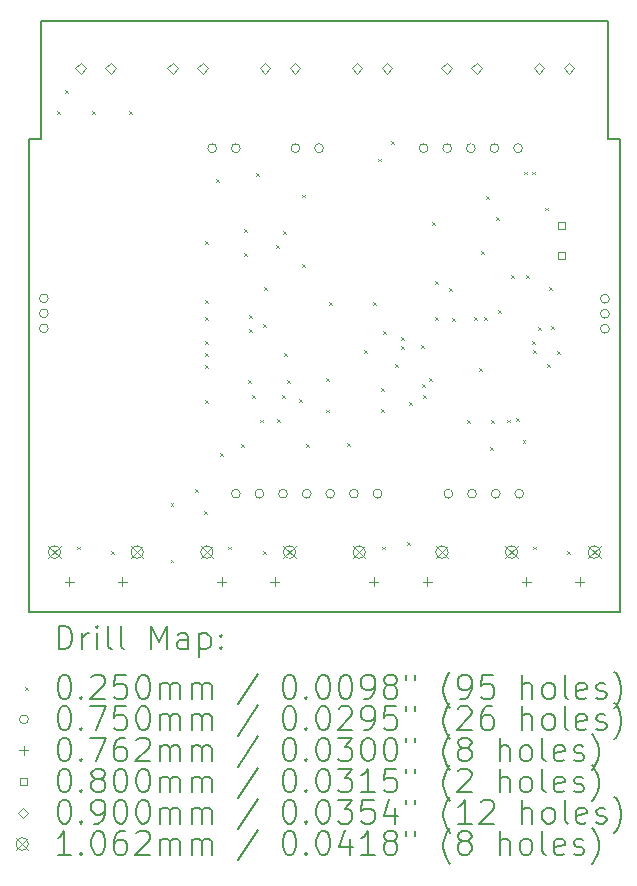
<source format=gbr>
%FSLAX45Y45*%
G04 Gerber Fmt 4.5, Leading zero omitted, Abs format (unit mm)*
G04 Created by KiCad (PCBNEW 5.99.0-unknown-0e3c79d3b2~131~ubuntu20.04.1) date 2021-09-07 14:14:46*
%MOMM*%
%LPD*%
G01*
G04 APERTURE LIST*
%TA.AperFunction,Profile*%
%ADD10C,0.127000*%
%TD*%
%ADD11C,0.200000*%
%ADD12C,0.025000*%
%ADD13C,0.075000*%
%ADD14C,0.076200*%
%ADD15C,0.080000*%
%ADD16C,0.090000*%
%ADD17C,0.106200*%
G04 APERTURE END LIST*
D10*
X16400000Y-8500000D02*
X16400000Y-12500000D01*
X11400000Y-12500000D02*
X11400000Y-8500000D01*
X16300000Y-8500000D02*
X16400000Y-8500000D01*
X16300000Y-7500000D02*
X16300000Y-8500000D01*
X11400000Y-8500000D02*
X11500000Y-8500000D01*
X11500000Y-8500000D02*
X11500000Y-7500000D01*
X11500000Y-7500000D02*
X16300000Y-7500000D01*
X16400000Y-12500000D02*
X11400000Y-12500000D01*
D11*
D12*
X11637500Y-8262500D02*
X11662500Y-8287500D01*
X11662500Y-8262500D02*
X11637500Y-8287500D01*
X11707500Y-8082500D02*
X11732500Y-8107500D01*
X11732500Y-8082500D02*
X11707500Y-8107500D01*
X11807500Y-11947500D02*
X11832500Y-11972500D01*
X11832500Y-11947500D02*
X11807500Y-11972500D01*
X11932500Y-8257500D02*
X11957500Y-8282500D01*
X11957500Y-8257500D02*
X11932500Y-8282500D01*
X12097500Y-11987500D02*
X12122500Y-12012500D01*
X12122500Y-11987500D02*
X12097500Y-12012500D01*
X12242500Y-8257500D02*
X12267500Y-8282500D01*
X12267500Y-8257500D02*
X12242500Y-8282500D01*
X12597500Y-11577500D02*
X12622500Y-11602500D01*
X12622500Y-11577500D02*
X12597500Y-11602500D01*
X12597500Y-12057500D02*
X12622500Y-12082500D01*
X12622500Y-12057500D02*
X12597500Y-12082500D01*
X12807500Y-11457500D02*
X12832500Y-11482500D01*
X12832500Y-11457500D02*
X12807500Y-11482500D01*
X12877500Y-11647500D02*
X12902500Y-11672500D01*
X12902500Y-11647500D02*
X12877500Y-11672500D01*
X12887500Y-9357500D02*
X12912500Y-9382500D01*
X12912500Y-9357500D02*
X12887500Y-9382500D01*
X12887500Y-9857500D02*
X12912500Y-9882500D01*
X12912500Y-9857500D02*
X12887500Y-9882500D01*
X12887500Y-10007500D02*
X12912500Y-10032500D01*
X12912500Y-10007500D02*
X12887500Y-10032500D01*
X12887500Y-10207500D02*
X12912500Y-10232500D01*
X12912500Y-10207500D02*
X12887500Y-10232500D01*
X12887500Y-10312500D02*
X12912500Y-10337500D01*
X12912500Y-10312500D02*
X12887500Y-10337500D01*
X12887500Y-10412500D02*
X12912500Y-10437500D01*
X12912500Y-10412500D02*
X12887500Y-10437500D01*
X12887500Y-10707500D02*
X12912500Y-10732500D01*
X12912500Y-10707500D02*
X12887500Y-10732500D01*
X12982500Y-8837500D02*
X13007500Y-8862500D01*
X13007500Y-8837500D02*
X12982500Y-8862500D01*
X13017500Y-11157500D02*
X13042500Y-11182500D01*
X13042500Y-11157500D02*
X13017500Y-11182500D01*
X13087500Y-11947500D02*
X13112500Y-11972500D01*
X13112500Y-11947500D02*
X13087500Y-11972500D01*
X13197500Y-11076750D02*
X13222500Y-11101750D01*
X13222500Y-11076750D02*
X13197500Y-11101750D01*
X13222500Y-9262500D02*
X13247500Y-9287500D01*
X13247500Y-9262500D02*
X13222500Y-9287500D01*
X13223100Y-9464792D02*
X13248100Y-9489792D01*
X13248100Y-9464792D02*
X13223100Y-9489792D01*
X13257500Y-10537500D02*
X13282500Y-10562500D01*
X13282500Y-10537500D02*
X13257500Y-10562500D01*
X13258090Y-10102450D02*
X13283090Y-10127450D01*
X13283090Y-10102450D02*
X13258090Y-10127450D01*
X13262500Y-9987500D02*
X13287500Y-10012500D01*
X13287500Y-9987500D02*
X13262500Y-10012500D01*
X13283350Y-10667500D02*
X13308350Y-10692500D01*
X13308350Y-10667500D02*
X13283350Y-10692500D01*
X13317500Y-8782500D02*
X13342500Y-8807500D01*
X13342500Y-8782500D02*
X13317500Y-8807500D01*
X13352500Y-10872500D02*
X13377500Y-10897500D01*
X13377500Y-10872500D02*
X13352500Y-10897500D01*
X13377500Y-11987500D02*
X13402500Y-12012500D01*
X13402500Y-11987500D02*
X13377500Y-12012500D01*
X13382400Y-10059800D02*
X13407400Y-10084800D01*
X13407400Y-10059800D02*
X13382400Y-10084800D01*
X13392070Y-9748670D02*
X13417070Y-9773670D01*
X13417070Y-9748670D02*
X13392070Y-9773670D01*
X13487500Y-9395490D02*
X13512500Y-9420490D01*
X13512500Y-9395490D02*
X13487500Y-9420490D01*
X13502500Y-10867500D02*
X13527500Y-10892500D01*
X13527500Y-10867500D02*
X13502500Y-10892500D01*
X13537500Y-10667500D02*
X13562500Y-10692500D01*
X13562500Y-10667500D02*
X13537500Y-10692500D01*
X13547500Y-9277500D02*
X13572500Y-9302500D01*
X13572500Y-9277500D02*
X13547500Y-9302500D01*
X13557444Y-10312556D02*
X13582444Y-10337556D01*
X13582444Y-10312556D02*
X13557444Y-10337556D01*
X13587500Y-10537500D02*
X13612500Y-10562500D01*
X13612500Y-10537500D02*
X13587500Y-10562500D01*
X13682500Y-10697500D02*
X13707500Y-10722500D01*
X13707500Y-10697500D02*
X13682500Y-10722500D01*
X13707500Y-9552500D02*
X13732500Y-9577500D01*
X13732500Y-9552500D02*
X13707500Y-9577500D01*
X13712500Y-8967500D02*
X13737500Y-8992500D01*
X13737500Y-8967500D02*
X13712500Y-8992500D01*
X13742500Y-11077500D02*
X13767500Y-11102500D01*
X13767500Y-11077500D02*
X13742500Y-11102500D01*
X13917500Y-10517560D02*
X13942500Y-10542560D01*
X13942500Y-10517560D02*
X13917500Y-10542560D01*
X13917500Y-10787500D02*
X13942500Y-10812500D01*
X13942500Y-10787500D02*
X13917500Y-10812500D01*
X13935530Y-9877500D02*
X13960530Y-9902500D01*
X13960530Y-9877500D02*
X13935530Y-9902500D01*
X14092500Y-11067500D02*
X14117500Y-11092500D01*
X14117500Y-11067500D02*
X14092500Y-11092500D01*
X14237500Y-10282453D02*
X14262500Y-10307453D01*
X14262500Y-10282453D02*
X14237500Y-10307453D01*
X14309206Y-9880794D02*
X14334206Y-9905794D01*
X14334206Y-9880794D02*
X14309206Y-9905794D01*
X14352500Y-8662500D02*
X14377500Y-8687500D01*
X14377500Y-8662500D02*
X14352500Y-8687500D01*
X14382500Y-10607850D02*
X14407500Y-10632850D01*
X14407500Y-10607850D02*
X14382500Y-10632850D01*
X14382500Y-10782500D02*
X14407500Y-10807500D01*
X14407500Y-10782500D02*
X14382500Y-10807500D01*
X14387500Y-11947500D02*
X14412500Y-11972500D01*
X14412500Y-11947500D02*
X14387500Y-11972500D01*
X14396724Y-10125959D02*
X14421724Y-10150959D01*
X14421724Y-10125959D02*
X14396724Y-10150959D01*
X14467500Y-8512500D02*
X14492500Y-8537500D01*
X14492500Y-8512500D02*
X14467500Y-8537500D01*
X14502010Y-10398610D02*
X14527010Y-10423610D01*
X14527010Y-10398610D02*
X14502010Y-10423610D01*
X14547500Y-10172500D02*
X14572500Y-10197500D01*
X14572500Y-10172500D02*
X14547500Y-10197500D01*
X14547500Y-10247500D02*
X14572500Y-10272500D01*
X14572500Y-10247500D02*
X14547500Y-10272500D01*
X14597500Y-11907500D02*
X14622500Y-11932500D01*
X14622500Y-11907500D02*
X14597500Y-11932500D01*
X14617500Y-10727500D02*
X14642500Y-10752500D01*
X14642500Y-10727500D02*
X14617500Y-10752500D01*
X14718644Y-10241356D02*
X14743644Y-10266356D01*
X14743644Y-10241356D02*
X14718644Y-10266356D01*
X14727500Y-10572500D02*
X14752500Y-10597500D01*
X14752500Y-10572500D02*
X14727500Y-10597500D01*
X14734850Y-10662800D02*
X14759850Y-10687800D01*
X14759850Y-10662800D02*
X14734850Y-10687800D01*
X14783432Y-10517560D02*
X14808432Y-10542560D01*
X14808432Y-10517560D02*
X14783432Y-10542560D01*
X14812500Y-9197500D02*
X14837500Y-9222500D01*
X14837500Y-9197500D02*
X14812500Y-9222500D01*
X14837500Y-9697500D02*
X14862500Y-9722500D01*
X14862500Y-9697500D02*
X14837500Y-9722500D01*
X14837500Y-10007500D02*
X14862500Y-10032500D01*
X14862500Y-10007500D02*
X14837500Y-10032500D01*
X14957500Y-9762500D02*
X14982500Y-9787500D01*
X14982500Y-9762500D02*
X14957500Y-9787500D01*
X14982550Y-10013206D02*
X15007550Y-10038206D01*
X15007550Y-10013206D02*
X14982550Y-10038206D01*
X15108380Y-10872620D02*
X15133380Y-10897620D01*
X15133380Y-10872620D02*
X15108380Y-10897620D01*
X15167500Y-10002500D02*
X15192500Y-10027500D01*
X15192500Y-10002500D02*
X15167500Y-10027500D01*
X15212500Y-10437500D02*
X15237500Y-10462500D01*
X15237500Y-10437500D02*
X15212500Y-10462500D01*
X15227500Y-9447500D02*
X15252500Y-9472500D01*
X15252500Y-9447500D02*
X15227500Y-9472500D01*
X15254670Y-10002270D02*
X15279670Y-10027270D01*
X15279670Y-10002270D02*
X15254670Y-10027270D01*
X15272500Y-8982500D02*
X15297500Y-9007500D01*
X15297500Y-8982500D02*
X15272500Y-9007500D01*
X15302500Y-11102500D02*
X15327500Y-11127500D01*
X15327500Y-11102500D02*
X15302500Y-11127500D01*
X15313990Y-10879690D02*
X15338990Y-10904690D01*
X15338990Y-10879690D02*
X15313990Y-10904690D01*
X15352500Y-9157500D02*
X15377500Y-9182500D01*
X15377500Y-9157500D02*
X15352500Y-9182500D01*
X15372840Y-9941510D02*
X15397840Y-9966510D01*
X15397840Y-9941510D02*
X15372840Y-9966510D01*
X15447500Y-10872500D02*
X15472500Y-10897500D01*
X15472500Y-10872500D02*
X15447500Y-10897500D01*
X15482500Y-9647500D02*
X15507500Y-9672500D01*
X15507500Y-9647500D02*
X15482500Y-9672500D01*
X15521241Y-10859093D02*
X15546241Y-10884093D01*
X15546241Y-10859093D02*
X15521241Y-10884093D01*
X15577500Y-11042500D02*
X15602500Y-11067500D01*
X15602500Y-11042500D02*
X15577500Y-11067500D01*
X15587500Y-8772550D02*
X15612500Y-8797550D01*
X15612500Y-8772550D02*
X15587500Y-8797550D01*
X15607500Y-9647500D02*
X15632500Y-9672500D01*
X15632500Y-9647500D02*
X15607500Y-9672500D01*
X15656373Y-10209077D02*
X15681373Y-10234077D01*
X15681373Y-10209077D02*
X15656373Y-10234077D01*
X15657500Y-8772550D02*
X15682500Y-8797550D01*
X15682500Y-8772550D02*
X15657500Y-8797550D01*
X15667500Y-10287500D02*
X15692500Y-10312500D01*
X15692500Y-10287500D02*
X15667500Y-10312500D01*
X15667500Y-11947500D02*
X15692500Y-11972500D01*
X15692500Y-11947500D02*
X15667500Y-11972500D01*
X15712500Y-10087500D02*
X15737500Y-10112500D01*
X15737500Y-10087500D02*
X15712500Y-10112500D01*
X15767500Y-9077500D02*
X15792500Y-9102500D01*
X15792500Y-9077500D02*
X15767500Y-9102500D01*
X15781200Y-10404600D02*
X15806200Y-10429600D01*
X15806200Y-10404600D02*
X15781200Y-10429600D01*
X15802500Y-9752500D02*
X15827500Y-9777500D01*
X15827500Y-9752500D02*
X15802500Y-9777500D01*
X15822500Y-10082500D02*
X15847500Y-10107500D01*
X15847500Y-10082500D02*
X15822500Y-10107500D01*
X15873270Y-10290110D02*
X15898270Y-10315110D01*
X15898270Y-10290110D02*
X15873270Y-10315110D01*
X15957500Y-11987500D02*
X15982500Y-12012500D01*
X15982500Y-11987500D02*
X15957500Y-12012500D01*
D13*
X11562500Y-9846000D02*
G75*
G03*
X11562500Y-9846000I-37500J0D01*
G01*
X11562500Y-9973000D02*
G75*
G03*
X11562500Y-9973000I-37500J0D01*
G01*
X11562500Y-10100000D02*
G75*
G03*
X11562500Y-10100000I-37500J0D01*
G01*
X12987500Y-8575000D02*
G75*
G03*
X12987500Y-8575000I-37500J0D01*
G01*
X13187500Y-8575000D02*
G75*
G03*
X13187500Y-8575000I-37500J0D01*
G01*
X13187500Y-11500000D02*
G75*
G03*
X13187500Y-11500000I-37500J0D01*
G01*
X13387500Y-11500000D02*
G75*
G03*
X13387500Y-11500000I-37500J0D01*
G01*
X13587500Y-11500000D02*
G75*
G03*
X13587500Y-11500000I-37500J0D01*
G01*
X13692500Y-8575000D02*
G75*
G03*
X13692500Y-8575000I-37500J0D01*
G01*
X13787500Y-11500000D02*
G75*
G03*
X13787500Y-11500000I-37500J0D01*
G01*
X13892500Y-8575000D02*
G75*
G03*
X13892500Y-8575000I-37500J0D01*
G01*
X13987500Y-11500000D02*
G75*
G03*
X13987500Y-11500000I-37500J0D01*
G01*
X14187500Y-11500000D02*
G75*
G03*
X14187500Y-11500000I-37500J0D01*
G01*
X14387500Y-11500000D02*
G75*
G03*
X14387500Y-11500000I-37500J0D01*
G01*
X14777500Y-8575000D02*
G75*
G03*
X14777500Y-8575000I-37500J0D01*
G01*
X14977500Y-8575000D02*
G75*
G03*
X14977500Y-8575000I-37500J0D01*
G01*
X14987500Y-11500000D02*
G75*
G03*
X14987500Y-11500000I-37500J0D01*
G01*
X15177500Y-8575000D02*
G75*
G03*
X15177500Y-8575000I-37500J0D01*
G01*
X15187500Y-11500000D02*
G75*
G03*
X15187500Y-11500000I-37500J0D01*
G01*
X15377500Y-8575000D02*
G75*
G03*
X15377500Y-8575000I-37500J0D01*
G01*
X15387500Y-11500000D02*
G75*
G03*
X15387500Y-11500000I-37500J0D01*
G01*
X15577500Y-8575000D02*
G75*
G03*
X15577500Y-8575000I-37500J0D01*
G01*
X15587500Y-11500000D02*
G75*
G03*
X15587500Y-11500000I-37500J0D01*
G01*
X16312500Y-9850000D02*
G75*
G03*
X16312500Y-9850000I-37500J0D01*
G01*
X16312500Y-9977000D02*
G75*
G03*
X16312500Y-9977000I-37500J0D01*
G01*
X16312500Y-10104000D02*
G75*
G03*
X16312500Y-10104000I-37500J0D01*
G01*
D14*
X11740000Y-12206700D02*
X11740000Y-12282900D01*
X11701900Y-12244800D02*
X11778100Y-12244800D01*
X12190000Y-12206700D02*
X12190000Y-12282900D01*
X12151900Y-12244800D02*
X12228100Y-12244800D01*
X13030000Y-12206700D02*
X13030000Y-12282900D01*
X12991900Y-12244800D02*
X13068100Y-12244800D01*
X13480000Y-12206700D02*
X13480000Y-12282900D01*
X13441900Y-12244800D02*
X13518100Y-12244800D01*
X14320000Y-12206700D02*
X14320000Y-12282900D01*
X14281900Y-12244800D02*
X14358100Y-12244800D01*
X14770000Y-12206700D02*
X14770000Y-12282900D01*
X14731900Y-12244800D02*
X14808100Y-12244800D01*
X15610000Y-12206700D02*
X15610000Y-12282900D01*
X15571900Y-12244800D02*
X15648100Y-12244800D01*
X16060000Y-12206700D02*
X16060000Y-12282900D01*
X16021900Y-12244800D02*
X16098100Y-12244800D01*
D15*
X15938284Y-9258285D02*
X15938284Y-9201716D01*
X15881715Y-9201716D01*
X15881715Y-9258285D01*
X15938284Y-9258285D01*
X15938284Y-9512285D02*
X15938284Y-9455716D01*
X15881715Y-9455716D01*
X15881715Y-9512285D01*
X15938284Y-9512285D01*
D16*
X11836000Y-7945000D02*
X11881000Y-7900000D01*
X11836000Y-7855000D01*
X11791000Y-7900000D01*
X11836000Y-7945000D01*
X12090000Y-7945000D02*
X12135000Y-7900000D01*
X12090000Y-7855000D01*
X12045000Y-7900000D01*
X12090000Y-7945000D01*
X12615000Y-7945000D02*
X12660000Y-7900000D01*
X12615000Y-7855000D01*
X12570000Y-7900000D01*
X12615000Y-7945000D01*
X12869000Y-7945000D02*
X12914000Y-7900000D01*
X12869000Y-7855000D01*
X12824000Y-7900000D01*
X12869000Y-7945000D01*
X13396000Y-7945000D02*
X13441000Y-7900000D01*
X13396000Y-7855000D01*
X13351000Y-7900000D01*
X13396000Y-7945000D01*
X13650000Y-7945000D02*
X13695000Y-7900000D01*
X13650000Y-7855000D01*
X13605000Y-7900000D01*
X13650000Y-7945000D01*
X14175000Y-7945000D02*
X14220000Y-7900000D01*
X14175000Y-7855000D01*
X14130000Y-7900000D01*
X14175000Y-7945000D01*
X14429000Y-7945000D02*
X14474000Y-7900000D01*
X14429000Y-7855000D01*
X14384000Y-7900000D01*
X14429000Y-7945000D01*
X14936000Y-7945000D02*
X14981000Y-7900000D01*
X14936000Y-7855000D01*
X14891000Y-7900000D01*
X14936000Y-7945000D01*
X15190000Y-7945000D02*
X15235000Y-7900000D01*
X15190000Y-7855000D01*
X15145000Y-7900000D01*
X15190000Y-7945000D01*
X15716000Y-7945000D02*
X15761000Y-7900000D01*
X15716000Y-7855000D01*
X15671000Y-7900000D01*
X15716000Y-7945000D01*
X15970000Y-7945000D02*
X16015000Y-7900000D01*
X15970000Y-7855000D01*
X15925000Y-7900000D01*
X15970000Y-7945000D01*
D17*
X11561900Y-11941700D02*
X11668100Y-12047900D01*
X11668100Y-11941700D02*
X11561900Y-12047900D01*
X11668100Y-11994800D02*
G75*
G03*
X11668100Y-11994800I-53100J0D01*
G01*
X12261900Y-11941700D02*
X12368100Y-12047900D01*
X12368100Y-11941700D02*
X12261900Y-12047900D01*
X12368100Y-11994800D02*
G75*
G03*
X12368100Y-11994800I-53100J0D01*
G01*
X12851900Y-11941700D02*
X12958100Y-12047900D01*
X12958100Y-11941700D02*
X12851900Y-12047900D01*
X12958100Y-11994800D02*
G75*
G03*
X12958100Y-11994800I-53100J0D01*
G01*
X13551900Y-11941700D02*
X13658100Y-12047900D01*
X13658100Y-11941700D02*
X13551900Y-12047900D01*
X13658100Y-11994800D02*
G75*
G03*
X13658100Y-11994800I-53100J0D01*
G01*
X14141900Y-11941700D02*
X14248100Y-12047900D01*
X14248100Y-11941700D02*
X14141900Y-12047900D01*
X14248100Y-11994800D02*
G75*
G03*
X14248100Y-11994800I-53100J0D01*
G01*
X14841900Y-11941700D02*
X14948100Y-12047900D01*
X14948100Y-11941700D02*
X14841900Y-12047900D01*
X14948100Y-11994800D02*
G75*
G03*
X14948100Y-11994800I-53100J0D01*
G01*
X15431900Y-11941700D02*
X15538100Y-12047900D01*
X15538100Y-11941700D02*
X15431900Y-12047900D01*
X15538100Y-11994800D02*
G75*
G03*
X15538100Y-11994800I-53100J0D01*
G01*
X16131900Y-11941700D02*
X16238100Y-12047900D01*
X16238100Y-11941700D02*
X16131900Y-12047900D01*
X16238100Y-11994800D02*
G75*
G03*
X16238100Y-11994800I-53100J0D01*
G01*
D11*
X11651269Y-12816826D02*
X11651269Y-12616826D01*
X11698888Y-12616826D01*
X11727459Y-12626350D01*
X11746507Y-12645398D01*
X11756031Y-12664445D01*
X11765555Y-12702540D01*
X11765555Y-12731112D01*
X11756031Y-12769207D01*
X11746507Y-12788255D01*
X11727459Y-12807302D01*
X11698888Y-12816826D01*
X11651269Y-12816826D01*
X11851269Y-12816826D02*
X11851269Y-12683493D01*
X11851269Y-12721588D02*
X11860793Y-12702540D01*
X11870317Y-12693017D01*
X11889364Y-12683493D01*
X11908412Y-12683493D01*
X11975078Y-12816826D02*
X11975078Y-12683493D01*
X11975078Y-12616826D02*
X11965555Y-12626350D01*
X11975078Y-12635874D01*
X11984602Y-12626350D01*
X11975078Y-12616826D01*
X11975078Y-12635874D01*
X12098888Y-12816826D02*
X12079840Y-12807302D01*
X12070317Y-12788255D01*
X12070317Y-12616826D01*
X12203650Y-12816826D02*
X12184602Y-12807302D01*
X12175078Y-12788255D01*
X12175078Y-12616826D01*
X12432221Y-12816826D02*
X12432221Y-12616826D01*
X12498888Y-12759683D01*
X12565555Y-12616826D01*
X12565555Y-12816826D01*
X12746507Y-12816826D02*
X12746507Y-12712064D01*
X12736983Y-12693017D01*
X12717936Y-12683493D01*
X12679840Y-12683493D01*
X12660793Y-12693017D01*
X12746507Y-12807302D02*
X12727459Y-12816826D01*
X12679840Y-12816826D01*
X12660793Y-12807302D01*
X12651269Y-12788255D01*
X12651269Y-12769207D01*
X12660793Y-12750159D01*
X12679840Y-12740636D01*
X12727459Y-12740636D01*
X12746507Y-12731112D01*
X12841745Y-12683493D02*
X12841745Y-12883493D01*
X12841745Y-12693017D02*
X12860793Y-12683493D01*
X12898888Y-12683493D01*
X12917936Y-12693017D01*
X12927459Y-12702540D01*
X12936983Y-12721588D01*
X12936983Y-12778731D01*
X12927459Y-12797778D01*
X12917936Y-12807302D01*
X12898888Y-12816826D01*
X12860793Y-12816826D01*
X12841745Y-12807302D01*
X13022698Y-12797778D02*
X13032221Y-12807302D01*
X13022698Y-12816826D01*
X13013174Y-12807302D01*
X13022698Y-12797778D01*
X13022698Y-12816826D01*
X13022698Y-12693017D02*
X13032221Y-12702540D01*
X13022698Y-12712064D01*
X13013174Y-12702540D01*
X13022698Y-12693017D01*
X13022698Y-12712064D01*
D12*
X11368650Y-13133850D02*
X11393650Y-13158850D01*
X11393650Y-13133850D02*
X11368650Y-13158850D01*
D11*
X11689364Y-13036826D02*
X11708412Y-13036826D01*
X11727459Y-13046350D01*
X11736983Y-13055874D01*
X11746507Y-13074921D01*
X11756031Y-13113017D01*
X11756031Y-13160636D01*
X11746507Y-13198731D01*
X11736983Y-13217778D01*
X11727459Y-13227302D01*
X11708412Y-13236826D01*
X11689364Y-13236826D01*
X11670317Y-13227302D01*
X11660793Y-13217778D01*
X11651269Y-13198731D01*
X11641745Y-13160636D01*
X11641745Y-13113017D01*
X11651269Y-13074921D01*
X11660793Y-13055874D01*
X11670317Y-13046350D01*
X11689364Y-13036826D01*
X11841745Y-13217778D02*
X11851269Y-13227302D01*
X11841745Y-13236826D01*
X11832221Y-13227302D01*
X11841745Y-13217778D01*
X11841745Y-13236826D01*
X11927459Y-13055874D02*
X11936983Y-13046350D01*
X11956031Y-13036826D01*
X12003650Y-13036826D01*
X12022698Y-13046350D01*
X12032221Y-13055874D01*
X12041745Y-13074921D01*
X12041745Y-13093969D01*
X12032221Y-13122540D01*
X11917936Y-13236826D01*
X12041745Y-13236826D01*
X12222698Y-13036826D02*
X12127459Y-13036826D01*
X12117936Y-13132064D01*
X12127459Y-13122540D01*
X12146507Y-13113017D01*
X12194126Y-13113017D01*
X12213174Y-13122540D01*
X12222698Y-13132064D01*
X12232221Y-13151112D01*
X12232221Y-13198731D01*
X12222698Y-13217778D01*
X12213174Y-13227302D01*
X12194126Y-13236826D01*
X12146507Y-13236826D01*
X12127459Y-13227302D01*
X12117936Y-13217778D01*
X12356031Y-13036826D02*
X12375078Y-13036826D01*
X12394126Y-13046350D01*
X12403650Y-13055874D01*
X12413174Y-13074921D01*
X12422698Y-13113017D01*
X12422698Y-13160636D01*
X12413174Y-13198731D01*
X12403650Y-13217778D01*
X12394126Y-13227302D01*
X12375078Y-13236826D01*
X12356031Y-13236826D01*
X12336983Y-13227302D01*
X12327459Y-13217778D01*
X12317936Y-13198731D01*
X12308412Y-13160636D01*
X12308412Y-13113017D01*
X12317936Y-13074921D01*
X12327459Y-13055874D01*
X12336983Y-13046350D01*
X12356031Y-13036826D01*
X12508412Y-13236826D02*
X12508412Y-13103493D01*
X12508412Y-13122540D02*
X12517936Y-13113017D01*
X12536983Y-13103493D01*
X12565555Y-13103493D01*
X12584602Y-13113017D01*
X12594126Y-13132064D01*
X12594126Y-13236826D01*
X12594126Y-13132064D02*
X12603650Y-13113017D01*
X12622698Y-13103493D01*
X12651269Y-13103493D01*
X12670317Y-13113017D01*
X12679840Y-13132064D01*
X12679840Y-13236826D01*
X12775078Y-13236826D02*
X12775078Y-13103493D01*
X12775078Y-13122540D02*
X12784602Y-13113017D01*
X12803650Y-13103493D01*
X12832221Y-13103493D01*
X12851269Y-13113017D01*
X12860793Y-13132064D01*
X12860793Y-13236826D01*
X12860793Y-13132064D02*
X12870317Y-13113017D01*
X12889364Y-13103493D01*
X12917936Y-13103493D01*
X12936983Y-13113017D01*
X12946507Y-13132064D01*
X12946507Y-13236826D01*
X13336983Y-13027302D02*
X13165555Y-13284445D01*
X13594126Y-13036826D02*
X13613174Y-13036826D01*
X13632221Y-13046350D01*
X13641745Y-13055874D01*
X13651269Y-13074921D01*
X13660793Y-13113017D01*
X13660793Y-13160636D01*
X13651269Y-13198731D01*
X13641745Y-13217778D01*
X13632221Y-13227302D01*
X13613174Y-13236826D01*
X13594126Y-13236826D01*
X13575078Y-13227302D01*
X13565555Y-13217778D01*
X13556031Y-13198731D01*
X13546507Y-13160636D01*
X13546507Y-13113017D01*
X13556031Y-13074921D01*
X13565555Y-13055874D01*
X13575078Y-13046350D01*
X13594126Y-13036826D01*
X13746507Y-13217778D02*
X13756031Y-13227302D01*
X13746507Y-13236826D01*
X13736983Y-13227302D01*
X13746507Y-13217778D01*
X13746507Y-13236826D01*
X13879840Y-13036826D02*
X13898888Y-13036826D01*
X13917936Y-13046350D01*
X13927459Y-13055874D01*
X13936983Y-13074921D01*
X13946507Y-13113017D01*
X13946507Y-13160636D01*
X13936983Y-13198731D01*
X13927459Y-13217778D01*
X13917936Y-13227302D01*
X13898888Y-13236826D01*
X13879840Y-13236826D01*
X13860793Y-13227302D01*
X13851269Y-13217778D01*
X13841745Y-13198731D01*
X13832221Y-13160636D01*
X13832221Y-13113017D01*
X13841745Y-13074921D01*
X13851269Y-13055874D01*
X13860793Y-13046350D01*
X13879840Y-13036826D01*
X14070317Y-13036826D02*
X14089364Y-13036826D01*
X14108412Y-13046350D01*
X14117936Y-13055874D01*
X14127459Y-13074921D01*
X14136983Y-13113017D01*
X14136983Y-13160636D01*
X14127459Y-13198731D01*
X14117936Y-13217778D01*
X14108412Y-13227302D01*
X14089364Y-13236826D01*
X14070317Y-13236826D01*
X14051269Y-13227302D01*
X14041745Y-13217778D01*
X14032221Y-13198731D01*
X14022698Y-13160636D01*
X14022698Y-13113017D01*
X14032221Y-13074921D01*
X14041745Y-13055874D01*
X14051269Y-13046350D01*
X14070317Y-13036826D01*
X14232221Y-13236826D02*
X14270317Y-13236826D01*
X14289364Y-13227302D01*
X14298888Y-13217778D01*
X14317936Y-13189207D01*
X14327459Y-13151112D01*
X14327459Y-13074921D01*
X14317936Y-13055874D01*
X14308412Y-13046350D01*
X14289364Y-13036826D01*
X14251269Y-13036826D01*
X14232221Y-13046350D01*
X14222698Y-13055874D01*
X14213174Y-13074921D01*
X14213174Y-13122540D01*
X14222698Y-13141588D01*
X14232221Y-13151112D01*
X14251269Y-13160636D01*
X14289364Y-13160636D01*
X14308412Y-13151112D01*
X14317936Y-13141588D01*
X14327459Y-13122540D01*
X14441745Y-13122540D02*
X14422698Y-13113017D01*
X14413174Y-13103493D01*
X14403650Y-13084445D01*
X14403650Y-13074921D01*
X14413174Y-13055874D01*
X14422698Y-13046350D01*
X14441745Y-13036826D01*
X14479840Y-13036826D01*
X14498888Y-13046350D01*
X14508412Y-13055874D01*
X14517936Y-13074921D01*
X14517936Y-13084445D01*
X14508412Y-13103493D01*
X14498888Y-13113017D01*
X14479840Y-13122540D01*
X14441745Y-13122540D01*
X14422698Y-13132064D01*
X14413174Y-13141588D01*
X14403650Y-13160636D01*
X14403650Y-13198731D01*
X14413174Y-13217778D01*
X14422698Y-13227302D01*
X14441745Y-13236826D01*
X14479840Y-13236826D01*
X14498888Y-13227302D01*
X14508412Y-13217778D01*
X14517936Y-13198731D01*
X14517936Y-13160636D01*
X14508412Y-13141588D01*
X14498888Y-13132064D01*
X14479840Y-13122540D01*
X14594126Y-13036826D02*
X14594126Y-13074921D01*
X14670317Y-13036826D02*
X14670317Y-13074921D01*
X14965555Y-13313017D02*
X14956031Y-13303493D01*
X14936983Y-13274921D01*
X14927459Y-13255874D01*
X14917936Y-13227302D01*
X14908412Y-13179683D01*
X14908412Y-13141588D01*
X14917936Y-13093969D01*
X14927459Y-13065398D01*
X14936983Y-13046350D01*
X14956031Y-13017778D01*
X14965555Y-13008255D01*
X15051269Y-13236826D02*
X15089364Y-13236826D01*
X15108412Y-13227302D01*
X15117936Y-13217778D01*
X15136983Y-13189207D01*
X15146507Y-13151112D01*
X15146507Y-13074921D01*
X15136983Y-13055874D01*
X15127459Y-13046350D01*
X15108412Y-13036826D01*
X15070317Y-13036826D01*
X15051269Y-13046350D01*
X15041745Y-13055874D01*
X15032221Y-13074921D01*
X15032221Y-13122540D01*
X15041745Y-13141588D01*
X15051269Y-13151112D01*
X15070317Y-13160636D01*
X15108412Y-13160636D01*
X15127459Y-13151112D01*
X15136983Y-13141588D01*
X15146507Y-13122540D01*
X15327459Y-13036826D02*
X15232221Y-13036826D01*
X15222698Y-13132064D01*
X15232221Y-13122540D01*
X15251269Y-13113017D01*
X15298888Y-13113017D01*
X15317936Y-13122540D01*
X15327459Y-13132064D01*
X15336983Y-13151112D01*
X15336983Y-13198731D01*
X15327459Y-13217778D01*
X15317936Y-13227302D01*
X15298888Y-13236826D01*
X15251269Y-13236826D01*
X15232221Y-13227302D01*
X15222698Y-13217778D01*
X15575078Y-13236826D02*
X15575078Y-13036826D01*
X15660793Y-13236826D02*
X15660793Y-13132064D01*
X15651269Y-13113017D01*
X15632221Y-13103493D01*
X15603650Y-13103493D01*
X15584602Y-13113017D01*
X15575078Y-13122540D01*
X15784602Y-13236826D02*
X15765555Y-13227302D01*
X15756031Y-13217778D01*
X15746507Y-13198731D01*
X15746507Y-13141588D01*
X15756031Y-13122540D01*
X15765555Y-13113017D01*
X15784602Y-13103493D01*
X15813174Y-13103493D01*
X15832221Y-13113017D01*
X15841745Y-13122540D01*
X15851269Y-13141588D01*
X15851269Y-13198731D01*
X15841745Y-13217778D01*
X15832221Y-13227302D01*
X15813174Y-13236826D01*
X15784602Y-13236826D01*
X15965555Y-13236826D02*
X15946507Y-13227302D01*
X15936983Y-13208255D01*
X15936983Y-13036826D01*
X16117936Y-13227302D02*
X16098888Y-13236826D01*
X16060793Y-13236826D01*
X16041745Y-13227302D01*
X16032221Y-13208255D01*
X16032221Y-13132064D01*
X16041745Y-13113017D01*
X16060793Y-13103493D01*
X16098888Y-13103493D01*
X16117936Y-13113017D01*
X16127459Y-13132064D01*
X16127459Y-13151112D01*
X16032221Y-13170159D01*
X16203650Y-13227302D02*
X16222698Y-13236826D01*
X16260793Y-13236826D01*
X16279840Y-13227302D01*
X16289364Y-13208255D01*
X16289364Y-13198731D01*
X16279840Y-13179683D01*
X16260793Y-13170159D01*
X16232221Y-13170159D01*
X16213174Y-13160636D01*
X16203650Y-13141588D01*
X16203650Y-13132064D01*
X16213174Y-13113017D01*
X16232221Y-13103493D01*
X16260793Y-13103493D01*
X16279840Y-13113017D01*
X16356031Y-13313017D02*
X16365555Y-13303493D01*
X16384602Y-13274921D01*
X16394126Y-13255874D01*
X16403650Y-13227302D01*
X16413174Y-13179683D01*
X16413174Y-13141588D01*
X16403650Y-13093969D01*
X16394126Y-13065398D01*
X16384602Y-13046350D01*
X16365555Y-13017778D01*
X16356031Y-13008255D01*
D13*
X11393650Y-13410350D02*
G75*
G03*
X11393650Y-13410350I-37500J0D01*
G01*
D11*
X11689364Y-13300826D02*
X11708412Y-13300826D01*
X11727459Y-13310350D01*
X11736983Y-13319874D01*
X11746507Y-13338921D01*
X11756031Y-13377017D01*
X11756031Y-13424636D01*
X11746507Y-13462731D01*
X11736983Y-13481778D01*
X11727459Y-13491302D01*
X11708412Y-13500826D01*
X11689364Y-13500826D01*
X11670317Y-13491302D01*
X11660793Y-13481778D01*
X11651269Y-13462731D01*
X11641745Y-13424636D01*
X11641745Y-13377017D01*
X11651269Y-13338921D01*
X11660793Y-13319874D01*
X11670317Y-13310350D01*
X11689364Y-13300826D01*
X11841745Y-13481778D02*
X11851269Y-13491302D01*
X11841745Y-13500826D01*
X11832221Y-13491302D01*
X11841745Y-13481778D01*
X11841745Y-13500826D01*
X11917936Y-13300826D02*
X12051269Y-13300826D01*
X11965555Y-13500826D01*
X12222698Y-13300826D02*
X12127459Y-13300826D01*
X12117936Y-13396064D01*
X12127459Y-13386540D01*
X12146507Y-13377017D01*
X12194126Y-13377017D01*
X12213174Y-13386540D01*
X12222698Y-13396064D01*
X12232221Y-13415112D01*
X12232221Y-13462731D01*
X12222698Y-13481778D01*
X12213174Y-13491302D01*
X12194126Y-13500826D01*
X12146507Y-13500826D01*
X12127459Y-13491302D01*
X12117936Y-13481778D01*
X12356031Y-13300826D02*
X12375078Y-13300826D01*
X12394126Y-13310350D01*
X12403650Y-13319874D01*
X12413174Y-13338921D01*
X12422698Y-13377017D01*
X12422698Y-13424636D01*
X12413174Y-13462731D01*
X12403650Y-13481778D01*
X12394126Y-13491302D01*
X12375078Y-13500826D01*
X12356031Y-13500826D01*
X12336983Y-13491302D01*
X12327459Y-13481778D01*
X12317936Y-13462731D01*
X12308412Y-13424636D01*
X12308412Y-13377017D01*
X12317936Y-13338921D01*
X12327459Y-13319874D01*
X12336983Y-13310350D01*
X12356031Y-13300826D01*
X12508412Y-13500826D02*
X12508412Y-13367493D01*
X12508412Y-13386540D02*
X12517936Y-13377017D01*
X12536983Y-13367493D01*
X12565555Y-13367493D01*
X12584602Y-13377017D01*
X12594126Y-13396064D01*
X12594126Y-13500826D01*
X12594126Y-13396064D02*
X12603650Y-13377017D01*
X12622698Y-13367493D01*
X12651269Y-13367493D01*
X12670317Y-13377017D01*
X12679840Y-13396064D01*
X12679840Y-13500826D01*
X12775078Y-13500826D02*
X12775078Y-13367493D01*
X12775078Y-13386540D02*
X12784602Y-13377017D01*
X12803650Y-13367493D01*
X12832221Y-13367493D01*
X12851269Y-13377017D01*
X12860793Y-13396064D01*
X12860793Y-13500826D01*
X12860793Y-13396064D02*
X12870317Y-13377017D01*
X12889364Y-13367493D01*
X12917936Y-13367493D01*
X12936983Y-13377017D01*
X12946507Y-13396064D01*
X12946507Y-13500826D01*
X13336983Y-13291302D02*
X13165555Y-13548445D01*
X13594126Y-13300826D02*
X13613174Y-13300826D01*
X13632221Y-13310350D01*
X13641745Y-13319874D01*
X13651269Y-13338921D01*
X13660793Y-13377017D01*
X13660793Y-13424636D01*
X13651269Y-13462731D01*
X13641745Y-13481778D01*
X13632221Y-13491302D01*
X13613174Y-13500826D01*
X13594126Y-13500826D01*
X13575078Y-13491302D01*
X13565555Y-13481778D01*
X13556031Y-13462731D01*
X13546507Y-13424636D01*
X13546507Y-13377017D01*
X13556031Y-13338921D01*
X13565555Y-13319874D01*
X13575078Y-13310350D01*
X13594126Y-13300826D01*
X13746507Y-13481778D02*
X13756031Y-13491302D01*
X13746507Y-13500826D01*
X13736983Y-13491302D01*
X13746507Y-13481778D01*
X13746507Y-13500826D01*
X13879840Y-13300826D02*
X13898888Y-13300826D01*
X13917936Y-13310350D01*
X13927459Y-13319874D01*
X13936983Y-13338921D01*
X13946507Y-13377017D01*
X13946507Y-13424636D01*
X13936983Y-13462731D01*
X13927459Y-13481778D01*
X13917936Y-13491302D01*
X13898888Y-13500826D01*
X13879840Y-13500826D01*
X13860793Y-13491302D01*
X13851269Y-13481778D01*
X13841745Y-13462731D01*
X13832221Y-13424636D01*
X13832221Y-13377017D01*
X13841745Y-13338921D01*
X13851269Y-13319874D01*
X13860793Y-13310350D01*
X13879840Y-13300826D01*
X14022698Y-13319874D02*
X14032221Y-13310350D01*
X14051269Y-13300826D01*
X14098888Y-13300826D01*
X14117936Y-13310350D01*
X14127459Y-13319874D01*
X14136983Y-13338921D01*
X14136983Y-13357969D01*
X14127459Y-13386540D01*
X14013174Y-13500826D01*
X14136983Y-13500826D01*
X14232221Y-13500826D02*
X14270317Y-13500826D01*
X14289364Y-13491302D01*
X14298888Y-13481778D01*
X14317936Y-13453207D01*
X14327459Y-13415112D01*
X14327459Y-13338921D01*
X14317936Y-13319874D01*
X14308412Y-13310350D01*
X14289364Y-13300826D01*
X14251269Y-13300826D01*
X14232221Y-13310350D01*
X14222698Y-13319874D01*
X14213174Y-13338921D01*
X14213174Y-13386540D01*
X14222698Y-13405588D01*
X14232221Y-13415112D01*
X14251269Y-13424636D01*
X14289364Y-13424636D01*
X14308412Y-13415112D01*
X14317936Y-13405588D01*
X14327459Y-13386540D01*
X14508412Y-13300826D02*
X14413174Y-13300826D01*
X14403650Y-13396064D01*
X14413174Y-13386540D01*
X14432221Y-13377017D01*
X14479840Y-13377017D01*
X14498888Y-13386540D01*
X14508412Y-13396064D01*
X14517936Y-13415112D01*
X14517936Y-13462731D01*
X14508412Y-13481778D01*
X14498888Y-13491302D01*
X14479840Y-13500826D01*
X14432221Y-13500826D01*
X14413174Y-13491302D01*
X14403650Y-13481778D01*
X14594126Y-13300826D02*
X14594126Y-13338921D01*
X14670317Y-13300826D02*
X14670317Y-13338921D01*
X14965555Y-13577017D02*
X14956031Y-13567493D01*
X14936983Y-13538921D01*
X14927459Y-13519874D01*
X14917936Y-13491302D01*
X14908412Y-13443683D01*
X14908412Y-13405588D01*
X14917936Y-13357969D01*
X14927459Y-13329398D01*
X14936983Y-13310350D01*
X14956031Y-13281778D01*
X14965555Y-13272255D01*
X15032221Y-13319874D02*
X15041745Y-13310350D01*
X15060793Y-13300826D01*
X15108412Y-13300826D01*
X15127459Y-13310350D01*
X15136983Y-13319874D01*
X15146507Y-13338921D01*
X15146507Y-13357969D01*
X15136983Y-13386540D01*
X15022698Y-13500826D01*
X15146507Y-13500826D01*
X15317936Y-13300826D02*
X15279840Y-13300826D01*
X15260793Y-13310350D01*
X15251269Y-13319874D01*
X15232221Y-13348445D01*
X15222698Y-13386540D01*
X15222698Y-13462731D01*
X15232221Y-13481778D01*
X15241745Y-13491302D01*
X15260793Y-13500826D01*
X15298888Y-13500826D01*
X15317936Y-13491302D01*
X15327459Y-13481778D01*
X15336983Y-13462731D01*
X15336983Y-13415112D01*
X15327459Y-13396064D01*
X15317936Y-13386540D01*
X15298888Y-13377017D01*
X15260793Y-13377017D01*
X15241745Y-13386540D01*
X15232221Y-13396064D01*
X15222698Y-13415112D01*
X15575078Y-13500826D02*
X15575078Y-13300826D01*
X15660793Y-13500826D02*
X15660793Y-13396064D01*
X15651269Y-13377017D01*
X15632221Y-13367493D01*
X15603650Y-13367493D01*
X15584602Y-13377017D01*
X15575078Y-13386540D01*
X15784602Y-13500826D02*
X15765555Y-13491302D01*
X15756031Y-13481778D01*
X15746507Y-13462731D01*
X15746507Y-13405588D01*
X15756031Y-13386540D01*
X15765555Y-13377017D01*
X15784602Y-13367493D01*
X15813174Y-13367493D01*
X15832221Y-13377017D01*
X15841745Y-13386540D01*
X15851269Y-13405588D01*
X15851269Y-13462731D01*
X15841745Y-13481778D01*
X15832221Y-13491302D01*
X15813174Y-13500826D01*
X15784602Y-13500826D01*
X15965555Y-13500826D02*
X15946507Y-13491302D01*
X15936983Y-13472255D01*
X15936983Y-13300826D01*
X16117936Y-13491302D02*
X16098888Y-13500826D01*
X16060793Y-13500826D01*
X16041745Y-13491302D01*
X16032221Y-13472255D01*
X16032221Y-13396064D01*
X16041745Y-13377017D01*
X16060793Y-13367493D01*
X16098888Y-13367493D01*
X16117936Y-13377017D01*
X16127459Y-13396064D01*
X16127459Y-13415112D01*
X16032221Y-13434159D01*
X16203650Y-13491302D02*
X16222698Y-13500826D01*
X16260793Y-13500826D01*
X16279840Y-13491302D01*
X16289364Y-13472255D01*
X16289364Y-13462731D01*
X16279840Y-13443683D01*
X16260793Y-13434159D01*
X16232221Y-13434159D01*
X16213174Y-13424636D01*
X16203650Y-13405588D01*
X16203650Y-13396064D01*
X16213174Y-13377017D01*
X16232221Y-13367493D01*
X16260793Y-13367493D01*
X16279840Y-13377017D01*
X16356031Y-13577017D02*
X16365555Y-13567493D01*
X16384602Y-13538921D01*
X16394126Y-13519874D01*
X16403650Y-13491302D01*
X16413174Y-13443683D01*
X16413174Y-13405588D01*
X16403650Y-13357969D01*
X16394126Y-13329398D01*
X16384602Y-13310350D01*
X16365555Y-13281778D01*
X16356031Y-13272255D01*
D14*
X11355550Y-13636250D02*
X11355550Y-13712450D01*
X11317450Y-13674350D02*
X11393650Y-13674350D01*
D11*
X11689364Y-13564826D02*
X11708412Y-13564826D01*
X11727459Y-13574350D01*
X11736983Y-13583874D01*
X11746507Y-13602921D01*
X11756031Y-13641017D01*
X11756031Y-13688636D01*
X11746507Y-13726731D01*
X11736983Y-13745778D01*
X11727459Y-13755302D01*
X11708412Y-13764826D01*
X11689364Y-13764826D01*
X11670317Y-13755302D01*
X11660793Y-13745778D01*
X11651269Y-13726731D01*
X11641745Y-13688636D01*
X11641745Y-13641017D01*
X11651269Y-13602921D01*
X11660793Y-13583874D01*
X11670317Y-13574350D01*
X11689364Y-13564826D01*
X11841745Y-13745778D02*
X11851269Y-13755302D01*
X11841745Y-13764826D01*
X11832221Y-13755302D01*
X11841745Y-13745778D01*
X11841745Y-13764826D01*
X11917936Y-13564826D02*
X12051269Y-13564826D01*
X11965555Y-13764826D01*
X12213174Y-13564826D02*
X12175078Y-13564826D01*
X12156031Y-13574350D01*
X12146507Y-13583874D01*
X12127459Y-13612445D01*
X12117936Y-13650540D01*
X12117936Y-13726731D01*
X12127459Y-13745778D01*
X12136983Y-13755302D01*
X12156031Y-13764826D01*
X12194126Y-13764826D01*
X12213174Y-13755302D01*
X12222698Y-13745778D01*
X12232221Y-13726731D01*
X12232221Y-13679112D01*
X12222698Y-13660064D01*
X12213174Y-13650540D01*
X12194126Y-13641017D01*
X12156031Y-13641017D01*
X12136983Y-13650540D01*
X12127459Y-13660064D01*
X12117936Y-13679112D01*
X12308412Y-13583874D02*
X12317936Y-13574350D01*
X12336983Y-13564826D01*
X12384602Y-13564826D01*
X12403650Y-13574350D01*
X12413174Y-13583874D01*
X12422698Y-13602921D01*
X12422698Y-13621969D01*
X12413174Y-13650540D01*
X12298888Y-13764826D01*
X12422698Y-13764826D01*
X12508412Y-13764826D02*
X12508412Y-13631493D01*
X12508412Y-13650540D02*
X12517936Y-13641017D01*
X12536983Y-13631493D01*
X12565555Y-13631493D01*
X12584602Y-13641017D01*
X12594126Y-13660064D01*
X12594126Y-13764826D01*
X12594126Y-13660064D02*
X12603650Y-13641017D01*
X12622698Y-13631493D01*
X12651269Y-13631493D01*
X12670317Y-13641017D01*
X12679840Y-13660064D01*
X12679840Y-13764826D01*
X12775078Y-13764826D02*
X12775078Y-13631493D01*
X12775078Y-13650540D02*
X12784602Y-13641017D01*
X12803650Y-13631493D01*
X12832221Y-13631493D01*
X12851269Y-13641017D01*
X12860793Y-13660064D01*
X12860793Y-13764826D01*
X12860793Y-13660064D02*
X12870317Y-13641017D01*
X12889364Y-13631493D01*
X12917936Y-13631493D01*
X12936983Y-13641017D01*
X12946507Y-13660064D01*
X12946507Y-13764826D01*
X13336983Y-13555302D02*
X13165555Y-13812445D01*
X13594126Y-13564826D02*
X13613174Y-13564826D01*
X13632221Y-13574350D01*
X13641745Y-13583874D01*
X13651269Y-13602921D01*
X13660793Y-13641017D01*
X13660793Y-13688636D01*
X13651269Y-13726731D01*
X13641745Y-13745778D01*
X13632221Y-13755302D01*
X13613174Y-13764826D01*
X13594126Y-13764826D01*
X13575078Y-13755302D01*
X13565555Y-13745778D01*
X13556031Y-13726731D01*
X13546507Y-13688636D01*
X13546507Y-13641017D01*
X13556031Y-13602921D01*
X13565555Y-13583874D01*
X13575078Y-13574350D01*
X13594126Y-13564826D01*
X13746507Y-13745778D02*
X13756031Y-13755302D01*
X13746507Y-13764826D01*
X13736983Y-13755302D01*
X13746507Y-13745778D01*
X13746507Y-13764826D01*
X13879840Y-13564826D02*
X13898888Y-13564826D01*
X13917936Y-13574350D01*
X13927459Y-13583874D01*
X13936983Y-13602921D01*
X13946507Y-13641017D01*
X13946507Y-13688636D01*
X13936983Y-13726731D01*
X13927459Y-13745778D01*
X13917936Y-13755302D01*
X13898888Y-13764826D01*
X13879840Y-13764826D01*
X13860793Y-13755302D01*
X13851269Y-13745778D01*
X13841745Y-13726731D01*
X13832221Y-13688636D01*
X13832221Y-13641017D01*
X13841745Y-13602921D01*
X13851269Y-13583874D01*
X13860793Y-13574350D01*
X13879840Y-13564826D01*
X14013174Y-13564826D02*
X14136983Y-13564826D01*
X14070317Y-13641017D01*
X14098888Y-13641017D01*
X14117936Y-13650540D01*
X14127459Y-13660064D01*
X14136983Y-13679112D01*
X14136983Y-13726731D01*
X14127459Y-13745778D01*
X14117936Y-13755302D01*
X14098888Y-13764826D01*
X14041745Y-13764826D01*
X14022698Y-13755302D01*
X14013174Y-13745778D01*
X14260793Y-13564826D02*
X14279840Y-13564826D01*
X14298888Y-13574350D01*
X14308412Y-13583874D01*
X14317936Y-13602921D01*
X14327459Y-13641017D01*
X14327459Y-13688636D01*
X14317936Y-13726731D01*
X14308412Y-13745778D01*
X14298888Y-13755302D01*
X14279840Y-13764826D01*
X14260793Y-13764826D01*
X14241745Y-13755302D01*
X14232221Y-13745778D01*
X14222698Y-13726731D01*
X14213174Y-13688636D01*
X14213174Y-13641017D01*
X14222698Y-13602921D01*
X14232221Y-13583874D01*
X14241745Y-13574350D01*
X14260793Y-13564826D01*
X14451269Y-13564826D02*
X14470317Y-13564826D01*
X14489364Y-13574350D01*
X14498888Y-13583874D01*
X14508412Y-13602921D01*
X14517936Y-13641017D01*
X14517936Y-13688636D01*
X14508412Y-13726731D01*
X14498888Y-13745778D01*
X14489364Y-13755302D01*
X14470317Y-13764826D01*
X14451269Y-13764826D01*
X14432221Y-13755302D01*
X14422698Y-13745778D01*
X14413174Y-13726731D01*
X14403650Y-13688636D01*
X14403650Y-13641017D01*
X14413174Y-13602921D01*
X14422698Y-13583874D01*
X14432221Y-13574350D01*
X14451269Y-13564826D01*
X14594126Y-13564826D02*
X14594126Y-13602921D01*
X14670317Y-13564826D02*
X14670317Y-13602921D01*
X14965555Y-13841017D02*
X14956031Y-13831493D01*
X14936983Y-13802921D01*
X14927459Y-13783874D01*
X14917936Y-13755302D01*
X14908412Y-13707683D01*
X14908412Y-13669588D01*
X14917936Y-13621969D01*
X14927459Y-13593398D01*
X14936983Y-13574350D01*
X14956031Y-13545778D01*
X14965555Y-13536255D01*
X15070317Y-13650540D02*
X15051269Y-13641017D01*
X15041745Y-13631493D01*
X15032221Y-13612445D01*
X15032221Y-13602921D01*
X15041745Y-13583874D01*
X15051269Y-13574350D01*
X15070317Y-13564826D01*
X15108412Y-13564826D01*
X15127459Y-13574350D01*
X15136983Y-13583874D01*
X15146507Y-13602921D01*
X15146507Y-13612445D01*
X15136983Y-13631493D01*
X15127459Y-13641017D01*
X15108412Y-13650540D01*
X15070317Y-13650540D01*
X15051269Y-13660064D01*
X15041745Y-13669588D01*
X15032221Y-13688636D01*
X15032221Y-13726731D01*
X15041745Y-13745778D01*
X15051269Y-13755302D01*
X15070317Y-13764826D01*
X15108412Y-13764826D01*
X15127459Y-13755302D01*
X15136983Y-13745778D01*
X15146507Y-13726731D01*
X15146507Y-13688636D01*
X15136983Y-13669588D01*
X15127459Y-13660064D01*
X15108412Y-13650540D01*
X15384602Y-13764826D02*
X15384602Y-13564826D01*
X15470317Y-13764826D02*
X15470317Y-13660064D01*
X15460793Y-13641017D01*
X15441745Y-13631493D01*
X15413174Y-13631493D01*
X15394126Y-13641017D01*
X15384602Y-13650540D01*
X15594126Y-13764826D02*
X15575078Y-13755302D01*
X15565555Y-13745778D01*
X15556031Y-13726731D01*
X15556031Y-13669588D01*
X15565555Y-13650540D01*
X15575078Y-13641017D01*
X15594126Y-13631493D01*
X15622698Y-13631493D01*
X15641745Y-13641017D01*
X15651269Y-13650540D01*
X15660793Y-13669588D01*
X15660793Y-13726731D01*
X15651269Y-13745778D01*
X15641745Y-13755302D01*
X15622698Y-13764826D01*
X15594126Y-13764826D01*
X15775078Y-13764826D02*
X15756031Y-13755302D01*
X15746507Y-13736255D01*
X15746507Y-13564826D01*
X15927459Y-13755302D02*
X15908412Y-13764826D01*
X15870317Y-13764826D01*
X15851269Y-13755302D01*
X15841745Y-13736255D01*
X15841745Y-13660064D01*
X15851269Y-13641017D01*
X15870317Y-13631493D01*
X15908412Y-13631493D01*
X15927459Y-13641017D01*
X15936983Y-13660064D01*
X15936983Y-13679112D01*
X15841745Y-13698159D01*
X16013174Y-13755302D02*
X16032221Y-13764826D01*
X16070317Y-13764826D01*
X16089364Y-13755302D01*
X16098888Y-13736255D01*
X16098888Y-13726731D01*
X16089364Y-13707683D01*
X16070317Y-13698159D01*
X16041745Y-13698159D01*
X16022698Y-13688636D01*
X16013174Y-13669588D01*
X16013174Y-13660064D01*
X16022698Y-13641017D01*
X16041745Y-13631493D01*
X16070317Y-13631493D01*
X16089364Y-13641017D01*
X16165555Y-13841017D02*
X16175078Y-13831493D01*
X16194126Y-13802921D01*
X16203650Y-13783874D01*
X16213174Y-13755302D01*
X16222698Y-13707683D01*
X16222698Y-13669588D01*
X16213174Y-13621969D01*
X16203650Y-13593398D01*
X16194126Y-13574350D01*
X16175078Y-13545778D01*
X16165555Y-13536255D01*
D15*
X11381934Y-13966634D02*
X11381934Y-13910065D01*
X11325365Y-13910065D01*
X11325365Y-13966634D01*
X11381934Y-13966634D01*
D11*
X11689364Y-13828826D02*
X11708412Y-13828826D01*
X11727459Y-13838350D01*
X11736983Y-13847874D01*
X11746507Y-13866921D01*
X11756031Y-13905017D01*
X11756031Y-13952636D01*
X11746507Y-13990731D01*
X11736983Y-14009778D01*
X11727459Y-14019302D01*
X11708412Y-14028826D01*
X11689364Y-14028826D01*
X11670317Y-14019302D01*
X11660793Y-14009778D01*
X11651269Y-13990731D01*
X11641745Y-13952636D01*
X11641745Y-13905017D01*
X11651269Y-13866921D01*
X11660793Y-13847874D01*
X11670317Y-13838350D01*
X11689364Y-13828826D01*
X11841745Y-14009778D02*
X11851269Y-14019302D01*
X11841745Y-14028826D01*
X11832221Y-14019302D01*
X11841745Y-14009778D01*
X11841745Y-14028826D01*
X11965555Y-13914540D02*
X11946507Y-13905017D01*
X11936983Y-13895493D01*
X11927459Y-13876445D01*
X11927459Y-13866921D01*
X11936983Y-13847874D01*
X11946507Y-13838350D01*
X11965555Y-13828826D01*
X12003650Y-13828826D01*
X12022698Y-13838350D01*
X12032221Y-13847874D01*
X12041745Y-13866921D01*
X12041745Y-13876445D01*
X12032221Y-13895493D01*
X12022698Y-13905017D01*
X12003650Y-13914540D01*
X11965555Y-13914540D01*
X11946507Y-13924064D01*
X11936983Y-13933588D01*
X11927459Y-13952636D01*
X11927459Y-13990731D01*
X11936983Y-14009778D01*
X11946507Y-14019302D01*
X11965555Y-14028826D01*
X12003650Y-14028826D01*
X12022698Y-14019302D01*
X12032221Y-14009778D01*
X12041745Y-13990731D01*
X12041745Y-13952636D01*
X12032221Y-13933588D01*
X12022698Y-13924064D01*
X12003650Y-13914540D01*
X12165555Y-13828826D02*
X12184602Y-13828826D01*
X12203650Y-13838350D01*
X12213174Y-13847874D01*
X12222698Y-13866921D01*
X12232221Y-13905017D01*
X12232221Y-13952636D01*
X12222698Y-13990731D01*
X12213174Y-14009778D01*
X12203650Y-14019302D01*
X12184602Y-14028826D01*
X12165555Y-14028826D01*
X12146507Y-14019302D01*
X12136983Y-14009778D01*
X12127459Y-13990731D01*
X12117936Y-13952636D01*
X12117936Y-13905017D01*
X12127459Y-13866921D01*
X12136983Y-13847874D01*
X12146507Y-13838350D01*
X12165555Y-13828826D01*
X12356031Y-13828826D02*
X12375078Y-13828826D01*
X12394126Y-13838350D01*
X12403650Y-13847874D01*
X12413174Y-13866921D01*
X12422698Y-13905017D01*
X12422698Y-13952636D01*
X12413174Y-13990731D01*
X12403650Y-14009778D01*
X12394126Y-14019302D01*
X12375078Y-14028826D01*
X12356031Y-14028826D01*
X12336983Y-14019302D01*
X12327459Y-14009778D01*
X12317936Y-13990731D01*
X12308412Y-13952636D01*
X12308412Y-13905017D01*
X12317936Y-13866921D01*
X12327459Y-13847874D01*
X12336983Y-13838350D01*
X12356031Y-13828826D01*
X12508412Y-14028826D02*
X12508412Y-13895493D01*
X12508412Y-13914540D02*
X12517936Y-13905017D01*
X12536983Y-13895493D01*
X12565555Y-13895493D01*
X12584602Y-13905017D01*
X12594126Y-13924064D01*
X12594126Y-14028826D01*
X12594126Y-13924064D02*
X12603650Y-13905017D01*
X12622698Y-13895493D01*
X12651269Y-13895493D01*
X12670317Y-13905017D01*
X12679840Y-13924064D01*
X12679840Y-14028826D01*
X12775078Y-14028826D02*
X12775078Y-13895493D01*
X12775078Y-13914540D02*
X12784602Y-13905017D01*
X12803650Y-13895493D01*
X12832221Y-13895493D01*
X12851269Y-13905017D01*
X12860793Y-13924064D01*
X12860793Y-14028826D01*
X12860793Y-13924064D02*
X12870317Y-13905017D01*
X12889364Y-13895493D01*
X12917936Y-13895493D01*
X12936983Y-13905017D01*
X12946507Y-13924064D01*
X12946507Y-14028826D01*
X13336983Y-13819302D02*
X13165555Y-14076445D01*
X13594126Y-13828826D02*
X13613174Y-13828826D01*
X13632221Y-13838350D01*
X13641745Y-13847874D01*
X13651269Y-13866921D01*
X13660793Y-13905017D01*
X13660793Y-13952636D01*
X13651269Y-13990731D01*
X13641745Y-14009778D01*
X13632221Y-14019302D01*
X13613174Y-14028826D01*
X13594126Y-14028826D01*
X13575078Y-14019302D01*
X13565555Y-14009778D01*
X13556031Y-13990731D01*
X13546507Y-13952636D01*
X13546507Y-13905017D01*
X13556031Y-13866921D01*
X13565555Y-13847874D01*
X13575078Y-13838350D01*
X13594126Y-13828826D01*
X13746507Y-14009778D02*
X13756031Y-14019302D01*
X13746507Y-14028826D01*
X13736983Y-14019302D01*
X13746507Y-14009778D01*
X13746507Y-14028826D01*
X13879840Y-13828826D02*
X13898888Y-13828826D01*
X13917936Y-13838350D01*
X13927459Y-13847874D01*
X13936983Y-13866921D01*
X13946507Y-13905017D01*
X13946507Y-13952636D01*
X13936983Y-13990731D01*
X13927459Y-14009778D01*
X13917936Y-14019302D01*
X13898888Y-14028826D01*
X13879840Y-14028826D01*
X13860793Y-14019302D01*
X13851269Y-14009778D01*
X13841745Y-13990731D01*
X13832221Y-13952636D01*
X13832221Y-13905017D01*
X13841745Y-13866921D01*
X13851269Y-13847874D01*
X13860793Y-13838350D01*
X13879840Y-13828826D01*
X14013174Y-13828826D02*
X14136983Y-13828826D01*
X14070317Y-13905017D01*
X14098888Y-13905017D01*
X14117936Y-13914540D01*
X14127459Y-13924064D01*
X14136983Y-13943112D01*
X14136983Y-13990731D01*
X14127459Y-14009778D01*
X14117936Y-14019302D01*
X14098888Y-14028826D01*
X14041745Y-14028826D01*
X14022698Y-14019302D01*
X14013174Y-14009778D01*
X14327459Y-14028826D02*
X14213174Y-14028826D01*
X14270317Y-14028826D02*
X14270317Y-13828826D01*
X14251269Y-13857398D01*
X14232221Y-13876445D01*
X14213174Y-13885969D01*
X14508412Y-13828826D02*
X14413174Y-13828826D01*
X14403650Y-13924064D01*
X14413174Y-13914540D01*
X14432221Y-13905017D01*
X14479840Y-13905017D01*
X14498888Y-13914540D01*
X14508412Y-13924064D01*
X14517936Y-13943112D01*
X14517936Y-13990731D01*
X14508412Y-14009778D01*
X14498888Y-14019302D01*
X14479840Y-14028826D01*
X14432221Y-14028826D01*
X14413174Y-14019302D01*
X14403650Y-14009778D01*
X14594126Y-13828826D02*
X14594126Y-13866921D01*
X14670317Y-13828826D02*
X14670317Y-13866921D01*
X14965555Y-14105017D02*
X14956031Y-14095493D01*
X14936983Y-14066921D01*
X14927459Y-14047874D01*
X14917936Y-14019302D01*
X14908412Y-13971683D01*
X14908412Y-13933588D01*
X14917936Y-13885969D01*
X14927459Y-13857398D01*
X14936983Y-13838350D01*
X14956031Y-13809778D01*
X14965555Y-13800255D01*
X15032221Y-13847874D02*
X15041745Y-13838350D01*
X15060793Y-13828826D01*
X15108412Y-13828826D01*
X15127459Y-13838350D01*
X15136983Y-13847874D01*
X15146507Y-13866921D01*
X15146507Y-13885969D01*
X15136983Y-13914540D01*
X15022698Y-14028826D01*
X15146507Y-14028826D01*
X15384602Y-14028826D02*
X15384602Y-13828826D01*
X15470317Y-14028826D02*
X15470317Y-13924064D01*
X15460793Y-13905017D01*
X15441745Y-13895493D01*
X15413174Y-13895493D01*
X15394126Y-13905017D01*
X15384602Y-13914540D01*
X15594126Y-14028826D02*
X15575078Y-14019302D01*
X15565555Y-14009778D01*
X15556031Y-13990731D01*
X15556031Y-13933588D01*
X15565555Y-13914540D01*
X15575078Y-13905017D01*
X15594126Y-13895493D01*
X15622698Y-13895493D01*
X15641745Y-13905017D01*
X15651269Y-13914540D01*
X15660793Y-13933588D01*
X15660793Y-13990731D01*
X15651269Y-14009778D01*
X15641745Y-14019302D01*
X15622698Y-14028826D01*
X15594126Y-14028826D01*
X15775078Y-14028826D02*
X15756031Y-14019302D01*
X15746507Y-14000255D01*
X15746507Y-13828826D01*
X15927459Y-14019302D02*
X15908412Y-14028826D01*
X15870317Y-14028826D01*
X15851269Y-14019302D01*
X15841745Y-14000255D01*
X15841745Y-13924064D01*
X15851269Y-13905017D01*
X15870317Y-13895493D01*
X15908412Y-13895493D01*
X15927459Y-13905017D01*
X15936983Y-13924064D01*
X15936983Y-13943112D01*
X15841745Y-13962159D01*
X16013174Y-14019302D02*
X16032221Y-14028826D01*
X16070317Y-14028826D01*
X16089364Y-14019302D01*
X16098888Y-14000255D01*
X16098888Y-13990731D01*
X16089364Y-13971683D01*
X16070317Y-13962159D01*
X16041745Y-13962159D01*
X16022698Y-13952636D01*
X16013174Y-13933588D01*
X16013174Y-13924064D01*
X16022698Y-13905017D01*
X16041745Y-13895493D01*
X16070317Y-13895493D01*
X16089364Y-13905017D01*
X16165555Y-14105017D02*
X16175078Y-14095493D01*
X16194126Y-14066921D01*
X16203650Y-14047874D01*
X16213174Y-14019302D01*
X16222698Y-13971683D01*
X16222698Y-13933588D01*
X16213174Y-13885969D01*
X16203650Y-13857398D01*
X16194126Y-13838350D01*
X16175078Y-13809778D01*
X16165555Y-13800255D01*
D16*
X11348650Y-14247350D02*
X11393650Y-14202350D01*
X11348650Y-14157350D01*
X11303650Y-14202350D01*
X11348650Y-14247350D01*
D11*
X11689364Y-14092826D02*
X11708412Y-14092826D01*
X11727459Y-14102350D01*
X11736983Y-14111874D01*
X11746507Y-14130921D01*
X11756031Y-14169017D01*
X11756031Y-14216636D01*
X11746507Y-14254731D01*
X11736983Y-14273778D01*
X11727459Y-14283302D01*
X11708412Y-14292826D01*
X11689364Y-14292826D01*
X11670317Y-14283302D01*
X11660793Y-14273778D01*
X11651269Y-14254731D01*
X11641745Y-14216636D01*
X11641745Y-14169017D01*
X11651269Y-14130921D01*
X11660793Y-14111874D01*
X11670317Y-14102350D01*
X11689364Y-14092826D01*
X11841745Y-14273778D02*
X11851269Y-14283302D01*
X11841745Y-14292826D01*
X11832221Y-14283302D01*
X11841745Y-14273778D01*
X11841745Y-14292826D01*
X11946507Y-14292826D02*
X11984602Y-14292826D01*
X12003650Y-14283302D01*
X12013174Y-14273778D01*
X12032221Y-14245207D01*
X12041745Y-14207112D01*
X12041745Y-14130921D01*
X12032221Y-14111874D01*
X12022698Y-14102350D01*
X12003650Y-14092826D01*
X11965555Y-14092826D01*
X11946507Y-14102350D01*
X11936983Y-14111874D01*
X11927459Y-14130921D01*
X11927459Y-14178540D01*
X11936983Y-14197588D01*
X11946507Y-14207112D01*
X11965555Y-14216636D01*
X12003650Y-14216636D01*
X12022698Y-14207112D01*
X12032221Y-14197588D01*
X12041745Y-14178540D01*
X12165555Y-14092826D02*
X12184602Y-14092826D01*
X12203650Y-14102350D01*
X12213174Y-14111874D01*
X12222698Y-14130921D01*
X12232221Y-14169017D01*
X12232221Y-14216636D01*
X12222698Y-14254731D01*
X12213174Y-14273778D01*
X12203650Y-14283302D01*
X12184602Y-14292826D01*
X12165555Y-14292826D01*
X12146507Y-14283302D01*
X12136983Y-14273778D01*
X12127459Y-14254731D01*
X12117936Y-14216636D01*
X12117936Y-14169017D01*
X12127459Y-14130921D01*
X12136983Y-14111874D01*
X12146507Y-14102350D01*
X12165555Y-14092826D01*
X12356031Y-14092826D02*
X12375078Y-14092826D01*
X12394126Y-14102350D01*
X12403650Y-14111874D01*
X12413174Y-14130921D01*
X12422698Y-14169017D01*
X12422698Y-14216636D01*
X12413174Y-14254731D01*
X12403650Y-14273778D01*
X12394126Y-14283302D01*
X12375078Y-14292826D01*
X12356031Y-14292826D01*
X12336983Y-14283302D01*
X12327459Y-14273778D01*
X12317936Y-14254731D01*
X12308412Y-14216636D01*
X12308412Y-14169017D01*
X12317936Y-14130921D01*
X12327459Y-14111874D01*
X12336983Y-14102350D01*
X12356031Y-14092826D01*
X12508412Y-14292826D02*
X12508412Y-14159493D01*
X12508412Y-14178540D02*
X12517936Y-14169017D01*
X12536983Y-14159493D01*
X12565555Y-14159493D01*
X12584602Y-14169017D01*
X12594126Y-14188064D01*
X12594126Y-14292826D01*
X12594126Y-14188064D02*
X12603650Y-14169017D01*
X12622698Y-14159493D01*
X12651269Y-14159493D01*
X12670317Y-14169017D01*
X12679840Y-14188064D01*
X12679840Y-14292826D01*
X12775078Y-14292826D02*
X12775078Y-14159493D01*
X12775078Y-14178540D02*
X12784602Y-14169017D01*
X12803650Y-14159493D01*
X12832221Y-14159493D01*
X12851269Y-14169017D01*
X12860793Y-14188064D01*
X12860793Y-14292826D01*
X12860793Y-14188064D02*
X12870317Y-14169017D01*
X12889364Y-14159493D01*
X12917936Y-14159493D01*
X12936983Y-14169017D01*
X12946507Y-14188064D01*
X12946507Y-14292826D01*
X13336983Y-14083302D02*
X13165555Y-14340445D01*
X13594126Y-14092826D02*
X13613174Y-14092826D01*
X13632221Y-14102350D01*
X13641745Y-14111874D01*
X13651269Y-14130921D01*
X13660793Y-14169017D01*
X13660793Y-14216636D01*
X13651269Y-14254731D01*
X13641745Y-14273778D01*
X13632221Y-14283302D01*
X13613174Y-14292826D01*
X13594126Y-14292826D01*
X13575078Y-14283302D01*
X13565555Y-14273778D01*
X13556031Y-14254731D01*
X13546507Y-14216636D01*
X13546507Y-14169017D01*
X13556031Y-14130921D01*
X13565555Y-14111874D01*
X13575078Y-14102350D01*
X13594126Y-14092826D01*
X13746507Y-14273778D02*
X13756031Y-14283302D01*
X13746507Y-14292826D01*
X13736983Y-14283302D01*
X13746507Y-14273778D01*
X13746507Y-14292826D01*
X13879840Y-14092826D02*
X13898888Y-14092826D01*
X13917936Y-14102350D01*
X13927459Y-14111874D01*
X13936983Y-14130921D01*
X13946507Y-14169017D01*
X13946507Y-14216636D01*
X13936983Y-14254731D01*
X13927459Y-14273778D01*
X13917936Y-14283302D01*
X13898888Y-14292826D01*
X13879840Y-14292826D01*
X13860793Y-14283302D01*
X13851269Y-14273778D01*
X13841745Y-14254731D01*
X13832221Y-14216636D01*
X13832221Y-14169017D01*
X13841745Y-14130921D01*
X13851269Y-14111874D01*
X13860793Y-14102350D01*
X13879840Y-14092826D01*
X14013174Y-14092826D02*
X14136983Y-14092826D01*
X14070317Y-14169017D01*
X14098888Y-14169017D01*
X14117936Y-14178540D01*
X14127459Y-14188064D01*
X14136983Y-14207112D01*
X14136983Y-14254731D01*
X14127459Y-14273778D01*
X14117936Y-14283302D01*
X14098888Y-14292826D01*
X14041745Y-14292826D01*
X14022698Y-14283302D01*
X14013174Y-14273778D01*
X14317936Y-14092826D02*
X14222698Y-14092826D01*
X14213174Y-14188064D01*
X14222698Y-14178540D01*
X14241745Y-14169017D01*
X14289364Y-14169017D01*
X14308412Y-14178540D01*
X14317936Y-14188064D01*
X14327459Y-14207112D01*
X14327459Y-14254731D01*
X14317936Y-14273778D01*
X14308412Y-14283302D01*
X14289364Y-14292826D01*
X14241745Y-14292826D01*
X14222698Y-14283302D01*
X14213174Y-14273778D01*
X14498888Y-14159493D02*
X14498888Y-14292826D01*
X14451269Y-14083302D02*
X14403650Y-14226159D01*
X14527459Y-14226159D01*
X14594126Y-14092826D02*
X14594126Y-14130921D01*
X14670317Y-14092826D02*
X14670317Y-14130921D01*
X14965555Y-14369017D02*
X14956031Y-14359493D01*
X14936983Y-14330921D01*
X14927459Y-14311874D01*
X14917936Y-14283302D01*
X14908412Y-14235683D01*
X14908412Y-14197588D01*
X14917936Y-14149969D01*
X14927459Y-14121398D01*
X14936983Y-14102350D01*
X14956031Y-14073778D01*
X14965555Y-14064255D01*
X15146507Y-14292826D02*
X15032221Y-14292826D01*
X15089364Y-14292826D02*
X15089364Y-14092826D01*
X15070317Y-14121398D01*
X15051269Y-14140445D01*
X15032221Y-14149969D01*
X15222698Y-14111874D02*
X15232221Y-14102350D01*
X15251269Y-14092826D01*
X15298888Y-14092826D01*
X15317936Y-14102350D01*
X15327459Y-14111874D01*
X15336983Y-14130921D01*
X15336983Y-14149969D01*
X15327459Y-14178540D01*
X15213174Y-14292826D01*
X15336983Y-14292826D01*
X15575078Y-14292826D02*
X15575078Y-14092826D01*
X15660793Y-14292826D02*
X15660793Y-14188064D01*
X15651269Y-14169017D01*
X15632221Y-14159493D01*
X15603650Y-14159493D01*
X15584602Y-14169017D01*
X15575078Y-14178540D01*
X15784602Y-14292826D02*
X15765555Y-14283302D01*
X15756031Y-14273778D01*
X15746507Y-14254731D01*
X15746507Y-14197588D01*
X15756031Y-14178540D01*
X15765555Y-14169017D01*
X15784602Y-14159493D01*
X15813174Y-14159493D01*
X15832221Y-14169017D01*
X15841745Y-14178540D01*
X15851269Y-14197588D01*
X15851269Y-14254731D01*
X15841745Y-14273778D01*
X15832221Y-14283302D01*
X15813174Y-14292826D01*
X15784602Y-14292826D01*
X15965555Y-14292826D02*
X15946507Y-14283302D01*
X15936983Y-14264255D01*
X15936983Y-14092826D01*
X16117936Y-14283302D02*
X16098888Y-14292826D01*
X16060793Y-14292826D01*
X16041745Y-14283302D01*
X16032221Y-14264255D01*
X16032221Y-14188064D01*
X16041745Y-14169017D01*
X16060793Y-14159493D01*
X16098888Y-14159493D01*
X16117936Y-14169017D01*
X16127459Y-14188064D01*
X16127459Y-14207112D01*
X16032221Y-14226159D01*
X16203650Y-14283302D02*
X16222698Y-14292826D01*
X16260793Y-14292826D01*
X16279840Y-14283302D01*
X16289364Y-14264255D01*
X16289364Y-14254731D01*
X16279840Y-14235683D01*
X16260793Y-14226159D01*
X16232221Y-14226159D01*
X16213174Y-14216636D01*
X16203650Y-14197588D01*
X16203650Y-14188064D01*
X16213174Y-14169017D01*
X16232221Y-14159493D01*
X16260793Y-14159493D01*
X16279840Y-14169017D01*
X16356031Y-14369017D02*
X16365555Y-14359493D01*
X16384602Y-14330921D01*
X16394126Y-14311874D01*
X16403650Y-14283302D01*
X16413174Y-14235683D01*
X16413174Y-14197588D01*
X16403650Y-14149969D01*
X16394126Y-14121398D01*
X16384602Y-14102350D01*
X16365555Y-14073778D01*
X16356031Y-14064255D01*
D17*
X11287450Y-14413250D02*
X11393650Y-14519450D01*
X11393650Y-14413250D02*
X11287450Y-14519450D01*
X11393650Y-14466350D02*
G75*
G03*
X11393650Y-14466350I-53100J0D01*
G01*
D11*
X11756031Y-14556826D02*
X11641745Y-14556826D01*
X11698888Y-14556826D02*
X11698888Y-14356826D01*
X11679840Y-14385398D01*
X11660793Y-14404445D01*
X11641745Y-14413969D01*
X11841745Y-14537778D02*
X11851269Y-14547302D01*
X11841745Y-14556826D01*
X11832221Y-14547302D01*
X11841745Y-14537778D01*
X11841745Y-14556826D01*
X11975078Y-14356826D02*
X11994126Y-14356826D01*
X12013174Y-14366350D01*
X12022698Y-14375874D01*
X12032221Y-14394921D01*
X12041745Y-14433017D01*
X12041745Y-14480636D01*
X12032221Y-14518731D01*
X12022698Y-14537778D01*
X12013174Y-14547302D01*
X11994126Y-14556826D01*
X11975078Y-14556826D01*
X11956031Y-14547302D01*
X11946507Y-14537778D01*
X11936983Y-14518731D01*
X11927459Y-14480636D01*
X11927459Y-14433017D01*
X11936983Y-14394921D01*
X11946507Y-14375874D01*
X11956031Y-14366350D01*
X11975078Y-14356826D01*
X12213174Y-14356826D02*
X12175078Y-14356826D01*
X12156031Y-14366350D01*
X12146507Y-14375874D01*
X12127459Y-14404445D01*
X12117936Y-14442540D01*
X12117936Y-14518731D01*
X12127459Y-14537778D01*
X12136983Y-14547302D01*
X12156031Y-14556826D01*
X12194126Y-14556826D01*
X12213174Y-14547302D01*
X12222698Y-14537778D01*
X12232221Y-14518731D01*
X12232221Y-14471112D01*
X12222698Y-14452064D01*
X12213174Y-14442540D01*
X12194126Y-14433017D01*
X12156031Y-14433017D01*
X12136983Y-14442540D01*
X12127459Y-14452064D01*
X12117936Y-14471112D01*
X12308412Y-14375874D02*
X12317936Y-14366350D01*
X12336983Y-14356826D01*
X12384602Y-14356826D01*
X12403650Y-14366350D01*
X12413174Y-14375874D01*
X12422698Y-14394921D01*
X12422698Y-14413969D01*
X12413174Y-14442540D01*
X12298888Y-14556826D01*
X12422698Y-14556826D01*
X12508412Y-14556826D02*
X12508412Y-14423493D01*
X12508412Y-14442540D02*
X12517936Y-14433017D01*
X12536983Y-14423493D01*
X12565555Y-14423493D01*
X12584602Y-14433017D01*
X12594126Y-14452064D01*
X12594126Y-14556826D01*
X12594126Y-14452064D02*
X12603650Y-14433017D01*
X12622698Y-14423493D01*
X12651269Y-14423493D01*
X12670317Y-14433017D01*
X12679840Y-14452064D01*
X12679840Y-14556826D01*
X12775078Y-14556826D02*
X12775078Y-14423493D01*
X12775078Y-14442540D02*
X12784602Y-14433017D01*
X12803650Y-14423493D01*
X12832221Y-14423493D01*
X12851269Y-14433017D01*
X12860793Y-14452064D01*
X12860793Y-14556826D01*
X12860793Y-14452064D02*
X12870317Y-14433017D01*
X12889364Y-14423493D01*
X12917936Y-14423493D01*
X12936983Y-14433017D01*
X12946507Y-14452064D01*
X12946507Y-14556826D01*
X13336983Y-14347302D02*
X13165555Y-14604445D01*
X13594126Y-14356826D02*
X13613174Y-14356826D01*
X13632221Y-14366350D01*
X13641745Y-14375874D01*
X13651269Y-14394921D01*
X13660793Y-14433017D01*
X13660793Y-14480636D01*
X13651269Y-14518731D01*
X13641745Y-14537778D01*
X13632221Y-14547302D01*
X13613174Y-14556826D01*
X13594126Y-14556826D01*
X13575078Y-14547302D01*
X13565555Y-14537778D01*
X13556031Y-14518731D01*
X13546507Y-14480636D01*
X13546507Y-14433017D01*
X13556031Y-14394921D01*
X13565555Y-14375874D01*
X13575078Y-14366350D01*
X13594126Y-14356826D01*
X13746507Y-14537778D02*
X13756031Y-14547302D01*
X13746507Y-14556826D01*
X13736983Y-14547302D01*
X13746507Y-14537778D01*
X13746507Y-14556826D01*
X13879840Y-14356826D02*
X13898888Y-14356826D01*
X13917936Y-14366350D01*
X13927459Y-14375874D01*
X13936983Y-14394921D01*
X13946507Y-14433017D01*
X13946507Y-14480636D01*
X13936983Y-14518731D01*
X13927459Y-14537778D01*
X13917936Y-14547302D01*
X13898888Y-14556826D01*
X13879840Y-14556826D01*
X13860793Y-14547302D01*
X13851269Y-14537778D01*
X13841745Y-14518731D01*
X13832221Y-14480636D01*
X13832221Y-14433017D01*
X13841745Y-14394921D01*
X13851269Y-14375874D01*
X13860793Y-14366350D01*
X13879840Y-14356826D01*
X14117936Y-14423493D02*
X14117936Y-14556826D01*
X14070317Y-14347302D02*
X14022698Y-14490159D01*
X14146507Y-14490159D01*
X14327459Y-14556826D02*
X14213174Y-14556826D01*
X14270317Y-14556826D02*
X14270317Y-14356826D01*
X14251269Y-14385398D01*
X14232221Y-14404445D01*
X14213174Y-14413969D01*
X14441745Y-14442540D02*
X14422698Y-14433017D01*
X14413174Y-14423493D01*
X14403650Y-14404445D01*
X14403650Y-14394921D01*
X14413174Y-14375874D01*
X14422698Y-14366350D01*
X14441745Y-14356826D01*
X14479840Y-14356826D01*
X14498888Y-14366350D01*
X14508412Y-14375874D01*
X14517936Y-14394921D01*
X14517936Y-14404445D01*
X14508412Y-14423493D01*
X14498888Y-14433017D01*
X14479840Y-14442540D01*
X14441745Y-14442540D01*
X14422698Y-14452064D01*
X14413174Y-14461588D01*
X14403650Y-14480636D01*
X14403650Y-14518731D01*
X14413174Y-14537778D01*
X14422698Y-14547302D01*
X14441745Y-14556826D01*
X14479840Y-14556826D01*
X14498888Y-14547302D01*
X14508412Y-14537778D01*
X14517936Y-14518731D01*
X14517936Y-14480636D01*
X14508412Y-14461588D01*
X14498888Y-14452064D01*
X14479840Y-14442540D01*
X14594126Y-14356826D02*
X14594126Y-14394921D01*
X14670317Y-14356826D02*
X14670317Y-14394921D01*
X14965555Y-14633017D02*
X14956031Y-14623493D01*
X14936983Y-14594921D01*
X14927459Y-14575874D01*
X14917936Y-14547302D01*
X14908412Y-14499683D01*
X14908412Y-14461588D01*
X14917936Y-14413969D01*
X14927459Y-14385398D01*
X14936983Y-14366350D01*
X14956031Y-14337778D01*
X14965555Y-14328255D01*
X15070317Y-14442540D02*
X15051269Y-14433017D01*
X15041745Y-14423493D01*
X15032221Y-14404445D01*
X15032221Y-14394921D01*
X15041745Y-14375874D01*
X15051269Y-14366350D01*
X15070317Y-14356826D01*
X15108412Y-14356826D01*
X15127459Y-14366350D01*
X15136983Y-14375874D01*
X15146507Y-14394921D01*
X15146507Y-14404445D01*
X15136983Y-14423493D01*
X15127459Y-14433017D01*
X15108412Y-14442540D01*
X15070317Y-14442540D01*
X15051269Y-14452064D01*
X15041745Y-14461588D01*
X15032221Y-14480636D01*
X15032221Y-14518731D01*
X15041745Y-14537778D01*
X15051269Y-14547302D01*
X15070317Y-14556826D01*
X15108412Y-14556826D01*
X15127459Y-14547302D01*
X15136983Y-14537778D01*
X15146507Y-14518731D01*
X15146507Y-14480636D01*
X15136983Y-14461588D01*
X15127459Y-14452064D01*
X15108412Y-14442540D01*
X15384602Y-14556826D02*
X15384602Y-14356826D01*
X15470317Y-14556826D02*
X15470317Y-14452064D01*
X15460793Y-14433017D01*
X15441745Y-14423493D01*
X15413174Y-14423493D01*
X15394126Y-14433017D01*
X15384602Y-14442540D01*
X15594126Y-14556826D02*
X15575078Y-14547302D01*
X15565555Y-14537778D01*
X15556031Y-14518731D01*
X15556031Y-14461588D01*
X15565555Y-14442540D01*
X15575078Y-14433017D01*
X15594126Y-14423493D01*
X15622698Y-14423493D01*
X15641745Y-14433017D01*
X15651269Y-14442540D01*
X15660793Y-14461588D01*
X15660793Y-14518731D01*
X15651269Y-14537778D01*
X15641745Y-14547302D01*
X15622698Y-14556826D01*
X15594126Y-14556826D01*
X15775078Y-14556826D02*
X15756031Y-14547302D01*
X15746507Y-14528255D01*
X15746507Y-14356826D01*
X15927459Y-14547302D02*
X15908412Y-14556826D01*
X15870317Y-14556826D01*
X15851269Y-14547302D01*
X15841745Y-14528255D01*
X15841745Y-14452064D01*
X15851269Y-14433017D01*
X15870317Y-14423493D01*
X15908412Y-14423493D01*
X15927459Y-14433017D01*
X15936983Y-14452064D01*
X15936983Y-14471112D01*
X15841745Y-14490159D01*
X16013174Y-14547302D02*
X16032221Y-14556826D01*
X16070317Y-14556826D01*
X16089364Y-14547302D01*
X16098888Y-14528255D01*
X16098888Y-14518731D01*
X16089364Y-14499683D01*
X16070317Y-14490159D01*
X16041745Y-14490159D01*
X16022698Y-14480636D01*
X16013174Y-14461588D01*
X16013174Y-14452064D01*
X16022698Y-14433017D01*
X16041745Y-14423493D01*
X16070317Y-14423493D01*
X16089364Y-14433017D01*
X16165555Y-14633017D02*
X16175078Y-14623493D01*
X16194126Y-14594921D01*
X16203650Y-14575874D01*
X16213174Y-14547302D01*
X16222698Y-14499683D01*
X16222698Y-14461588D01*
X16213174Y-14413969D01*
X16203650Y-14385398D01*
X16194126Y-14366350D01*
X16175078Y-14337778D01*
X16165555Y-14328255D01*
M02*

</source>
